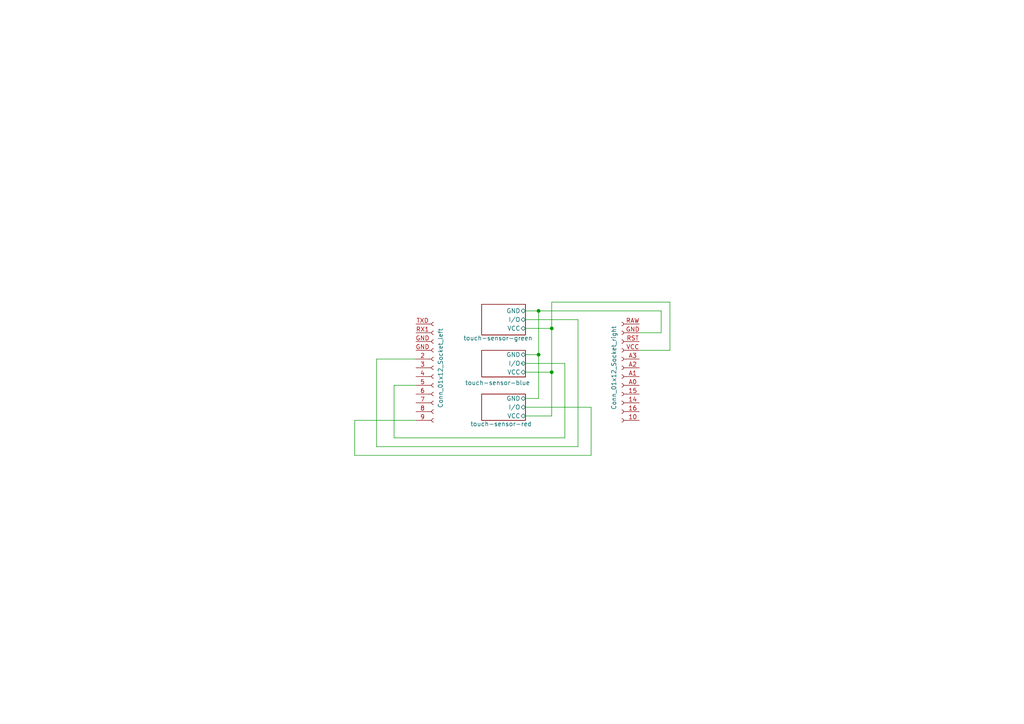
<source format=kicad_sch>
(kicad_sch (version 20231120) (generator "eeschema") (generator_version "8.0")
  (paper "A4")
  (title_block (title "TTP223 Capacitive Touch Sensor - HCSENS0039") (date "2025-03-29") (rev "v1"))
  (lib_symbols
    (symbol "Conn_01x12:Conn_01x12_Socket_left" (pin_names (offset 1.016) hide)
      (property "Reference" "J" (at -0.254 15.24 0))
      (property "Value" "Conn_01x12_Socket_left" (at 0 -17.78 0))
      (symbol "Conn_01x12_Socket_left_1_1"
        (polyline (pts (xy 3.81 -15.24) (xy 4.572 -15.24)) (stroke (width 0.1524)))
        (polyline (pts (xy 3.81 -12.7) (xy 4.572 -12.7)) (stroke (width 0.1524)))
        (polyline (pts (xy 3.81 -10.16) (xy 4.572 -10.16)) (stroke (width 0.1524)))
        (polyline (pts (xy 3.81 -7.62) (xy 4.572 -7.62)) (stroke (width 0.1524)))
        (polyline (pts (xy 3.81 -5.08) (xy 4.572 -5.08)) (stroke (width 0.1524)))
        (polyline (pts (xy 3.81 -2.54) (xy 4.572 -2.54)) (stroke (width 0.1524)))
        (polyline (pts (xy 3.81 0) (xy 4.572 0)) (stroke (width 0.1524)))
        (polyline (pts (xy 3.81 2.54) (xy 4.572 2.54)) (stroke (width 0.1524)))
        (polyline (pts (xy 3.81 5.08) (xy 4.572 5.08)) (stroke (width 0.1524)))
        (polyline (pts (xy 3.81 7.62) (xy 4.572 7.62)) (stroke (width 0.1524)))
        (polyline (pts (xy 3.81 10.16) (xy 4.572 10.16)) (stroke (width 0.1524)))
        (polyline (pts (xy 3.81 12.7) (xy 4.572 12.7)) (stroke (width 0.1524)))
        (arc (start 5.08 -14.732) (mid 4.5742 -15.24) (end 5.08 -15.748) (stroke (width 0.1524)))
        (arc (start 5.08 -12.192) (mid 4.5742 -12.7) (end 5.08 -13.208) (stroke (width 0.1524)))
        (arc (start 5.08 -9.652) (mid 4.5742 -10.16) (end 5.08 -10.668) (stroke (width 0.1524)))
        (arc (start 5.08 -7.112) (mid 4.5742 -7.62) (end 5.08 -8.128) (stroke (width 0.1524)))
        (arc (start 5.08 -4.572) (mid 4.5742 -5.08) (end 5.08 -5.588) (stroke (width 0.1524)))
        (arc (start 5.08 -2.032) (mid 4.5742 -2.54) (end 5.08 -3.048) (stroke (width 0.1524)))
        (arc (start 5.08 0.508) (mid 4.5742 0) (end 5.08 -0.508) (stroke (width 0.1524)))
        (arc (start 5.08 3.048) (mid 4.5742 2.54) (end 5.08 2.032) (stroke (width 0.1524)))
        (arc (start 5.08 5.588) (mid 4.5742 5.08) (end 5.08 4.572) (stroke (width 0.1524)))
        (arc (start 5.08 8.128) (mid 4.5742 7.62) (end 5.08 7.112) (stroke (width 0.1524)))
        (arc (start 5.08 10.668) (mid 4.5742 10.16) (end 5.08 9.652) (stroke (width 0.1524)))
        (arc (start 5.08 13.208) (mid 4.5742 12.7) (end 5.08 12.192) (stroke (width 0.1524)))
        (pin passive line (at 0 2.54 0) (length 3.81) (name "5") (number "2"))
        (pin passive line (at 0 0 0) (length 3.81) (name "6") (number "3"))
        (pin passive line (at 0 -2.54 0) (length 3.81) (name "7") (number "4"))
        (pin passive line (at 0 -5.08 0) (length 3.81) (name "8") (number "5"))
        (pin passive line (at 0 -7.62 0) (length 3.81) (name "9") (number "6"))
        (pin passive line (at 0 -10.16 0) (length 3.81) (name "10") (number "7"))
        (pin passive line (at 0 -12.7 0) (length 3.81) (name "11") (number "8"))
        (pin passive line (at 0 -15.24 0) (length 3.81) (name "12") (number "9"))
        (pin passive line (at 0 7.62 0) (length 3.81) (name "3") (number "GND"))
        (pin passive line (at 0 5.08 0) (length 3.81) (name "4") (number "GND"))
        (pin passive line (at 0 10.16 0) (length 3.81) (name "1") (number "RX1"))
        (pin passive line (at 0 12.7 0) (length 3.81) (name "1") (number "TXD"))
      )
    )
    (symbol "Conn_01x12:Conn_01x12_Socket_right" (pin_names (offset 1.016) hide)
      (property "Reference" "J" (at -0.254 15.24 0))
      (property "Value" "Conn_01x12_Socket_right" (at 0 -17.78 0))
      (symbol "Conn_01x12_Socket_right_1_1"
        (arc (start -5.08 -15.748) (mid -4.5742 -15.24) (end -5.08 -14.732) (stroke (width 0.1524)))
        (arc (start -5.08 -13.208) (mid -4.5742 -12.7) (end -5.08 -12.192) (stroke (width 0.1524)))
        (arc (start -5.08 -10.668) (mid -4.5742 -10.16) (end -5.08 -9.652) (stroke (width 0.1524)))
        (arc (start -5.08 -8.128) (mid -4.5742 -7.62) (end -5.08 -7.112) (stroke (width 0.1524)))
        (arc (start -5.08 -5.588) (mid -4.5742 -5.08) (end -5.08 -4.572) (stroke (width 0.1524)))
        (arc (start -5.08 -3.048) (mid -4.5742 -2.54) (end -5.08 -2.032) (stroke (width 0.1524)))
        (arc (start -5.08 -0.508) (mid -4.5742 0) (end -5.08 0.508) (stroke (width 0.1524)))
        (arc (start -5.08 2.032) (mid -4.5742 2.54) (end -5.08 3.048) (stroke (width 0.1524)))
        (arc (start -5.08 4.572) (mid -4.5742 5.08) (end -5.08 5.588) (stroke (width 0.1524)))
        (arc (start -5.08 7.112) (mid -4.5742 7.62) (end -5.08 8.128) (stroke (width 0.1524)))
        (arc (start -5.08 9.652) (mid -4.5742 10.16) (end -5.08 10.668) (stroke (width 0.1524)))
        (arc (start -5.08 12.192) (mid -4.5742 12.7) (end -5.08 13.208) (stroke (width 0.1524)))
        (polyline (pts (xy -3.81 -15.24) (xy -4.572 -15.24)) (stroke (width 0.1524)))
        (polyline (pts (xy -3.81 -12.7) (xy -4.572 -12.7)) (stroke (width 0.1524)))
        (polyline (pts (xy -3.81 -10.16) (xy -4.572 -10.16)) (stroke (width 0.1524)))
        (polyline (pts (xy -3.81 -7.62) (xy -4.572 -7.62)) (stroke (width 0.1524)))
        (polyline (pts (xy -3.81 -5.08) (xy -4.572 -5.08)) (stroke (width 0.1524)))
        (polyline (pts (xy -3.81 -2.54) (xy -4.572 -2.54)) (stroke (width 0.1524)))
        (polyline (pts (xy -3.81 0) (xy -4.572 0)) (stroke (width 0.1524)))
        (polyline (pts (xy -3.81 2.54) (xy -4.572 2.54)) (stroke (width 0.1524)))
        (polyline (pts (xy -3.81 5.08) (xy -4.572 5.08)) (stroke (width 0.1524)))
        (polyline (pts (xy -3.81 7.62) (xy -4.572 7.62)) (stroke (width 0.1524)))
        (polyline (pts (xy -3.81 10.16) (xy -4.572 10.16)) (stroke (width 0.1524)))
        (polyline (pts (xy -3.81 12.7) (xy -4.572 12.7)) (stroke (width 0.1524)))
        (pin passive line (at 0 -15.24 180) (length 3.81) (name "12") (number "10"))
        (pin passive line (at 0 -10.16 180) (length 3.81) (name "10") (number "14"))
        (pin passive line (at 0 -7.62 180) (length 3.81) (name "9") (number "15"))
        (pin passive line (at 0 -12.7 180) (length 3.81) (name "11") (number "16"))
        (pin passive line (at 0 -5.08 180) (length 3.81) (name "8") (number "A0"))
        (pin passive line (at 0 -2.54 180) (length 3.81) (name "7") (number "A1"))
        (pin passive line (at 0 0 180) (length 3.81) (name "6") (number "A2"))
        (pin passive line (at 0 2.54 180) (length 3.81) (name "5") (number "A3"))
        (pin passive line (at 0 10.16 180) (length 3.81) (name "2") (number "GND"))
        (pin passive line (at 0 12.7 180) (length 3.81) (name "1") (number "RAW"))
        (pin passive line (at 0 7.62 180) (length 3.81) (name "3") (number "RST"))
        (pin passive line (at 0 5.08 180) (length 3.81) (name "4") (number "VCC"))
      )
    )
  )
  (junction (at 160.02 95.25))
  (junction (at 156.21 90.17))
  (junction (at 160.02 107.95))
  (junction (at 156.21 102.87))
  (wire (pts (xy 160.02 95.25) (xy 160.02 87.63)))
  (wire (pts (xy 163.83 127) (xy 114.3 127)))
  (wire (pts (xy 152.4 95.25) (xy 160.02 95.25)))
  (wire (pts (xy 191.77 90.17) (xy 191.77 96.52)))
  (wire (pts (xy 163.83 105.41) (xy 163.83 127)))
  (wire (pts (xy 109.22 129.54) (xy 109.22 104.14)))
  (wire (pts (xy 156.21 90.17) (xy 191.77 90.17)))
  (wire (pts (xy 114.3 127) (xy 114.3 111.76)))
  (wire (pts (xy 152.4 92.71) (xy 167.64 92.71)))
  (wire (pts (xy 160.02 87.63) (xy 194.31 87.63)))
  (wire (pts (xy 102.87 121.92) (xy 120.65 121.92)))
  (wire (pts (xy 160.02 107.95) (xy 160.02 120.65)))
  (wire (pts (xy 151.13 105.41) (xy 151.765 105.41)))
  (wire (pts (xy 194.31 87.63) (xy 194.31 101.6)))
  (wire (pts (xy 152.4 118.11) (xy 171.45 118.11)))
  (wire (pts (xy 167.64 129.54) (xy 109.22 129.54)))
  (wire (pts (xy 152.4 90.17) (xy 156.21 90.17)))
  (wire (pts (xy 102.87 132.08) (xy 102.87 121.92)))
  (wire (pts (xy 152.4 105.41) (xy 163.83 105.41)))
  (wire (pts (xy 152.4 120.65) (xy 160.02 120.65)))
  (wire (pts (xy 160.02 95.25) (xy 160.02 107.95)))
  (wire (pts (xy 152.4 115.57) (xy 156.21 115.57)))
  (wire (pts (xy 156.21 102.87) (xy 156.21 115.57)))
  (wire (pts (xy 152.4 107.95) (xy 160.02 107.95)))
  (wire (pts (xy 171.45 118.11) (xy 171.45 132.08)))
  (wire (pts (xy 114.3 111.76) (xy 120.65 111.76)))
  (wire (pts (xy 109.22 104.14) (xy 120.65 104.14)))
  (wire (pts (xy 152.4 102.87) (xy 156.21 102.87)))
  (wire (pts (xy 156.21 90.17) (xy 156.21 102.87)))
  (wire (pts (xy 171.45 132.08) (xy 102.87 132.08)))
  (wire (pts (xy 167.64 92.71) (xy 167.64 129.54)))
  (wire (pts (xy 191.77 96.52) (xy 185.42 96.52)))
  (wire (pts (xy 194.31 101.6) (xy 185.42 101.6)))
  (symbol (lib_id "Conn_01x12:Conn_01x12_Socket_left") (at 120.65 106.68 0) (unit 1)
    (property "Reference" "J1" (effects (hide yes)))
    (property "Value" "Conn_01x12_Socket_left" (at 127.762 118.364 90) (effects (justify left)))
    (property "Footprint" "Connector_PinSocket_2.54mm:PinSocket_1x12_P2.54mm_Vertical" (effects (hide yes)))
    (property "Description" "Generic connector, single row, 01x12, script generated" (effects (hide yes)))
    (property "Manufacturer Part" "PM2.54-1*12" (effects (hide yes)))
    (property "JLCPCB" "C5224029" (effects (hide yes)))
  )
  (symbol (lib_id "Conn_01x12:Conn_01x12_Socket_right") (at 185.42 106.68 0) (unit 1)
    (property "Reference" "J2" (effects (hide yes)))
    (property "Value" "Conn_01x12_Socket_right" (at 178.054 106.68 90))
    (property "Footprint" "Connector_PinSocket_2.54mm:PinSocket_1x12_P2.54mm_Vertical" (effects (hide yes)))
    (property "Description" "Generic connector, single row, 01x12, script generated" (effects (hide yes)))
    (property "Manufacturer Part" "PM2.54-1*12" (effects (hide yes)))
    (property "JLCPCB" "C5224029" (effects (hide yes)))
  )
  (sheet (at 139.7 114.3) (size 12.7 7.62) (stroke (width 0.1524))
    (property "Sheetname" "touch-sensor-red" (at 136.398 123.698 0) (effects (justify left bottom)))
    (property "Sheetfile" "touch-sensor.kicad_sch" (effects (hide yes)))
    (pin "GND" bidirectional (at 152.4 115.57 0))
    (pin "VCC" bidirectional (at 152.4 120.65 0))
    (pin "I{slash}O" bidirectional (at 152.4 118.11 0))
  )
  (sheet (at 139.7 88.265) (size 12.7 8.89) (stroke (width 0.1524))
    (property "Sheetname" "touch-sensor-green" (at 134.366 98.806 0) (effects (justify left bottom)))
    (property "Sheetfile" "touch-sensor-green.kicad_sch" (effects (hide yes)))
    (pin "GND" bidirectional (at 152.4 90.17 0))
    (pin "I{slash}O" bidirectional (at 152.4 92.71 0))
    (pin "VCC" bidirectional (at 152.4 95.25 0))
  )
  (sheet (at 139.7 101.6) (size 12.7 7.7286) (stroke (width 0.1524))
    (property "Sheetname" "touch-sensor-blue" (at 134.874 111.76 0) (effects (justify left bottom)))
    (property "Sheetfile" "touch-sensor-blue.kicad_sch" (effects (hide yes)))
    (pin "VCC" bidirectional (at 152.4 107.95 0))
    (pin "GND" bidirectional (at 152.4 102.87 0))
    (pin "I{slash}O" bidirectional (at 152.4 105.41 0))
  )
)
</source>
